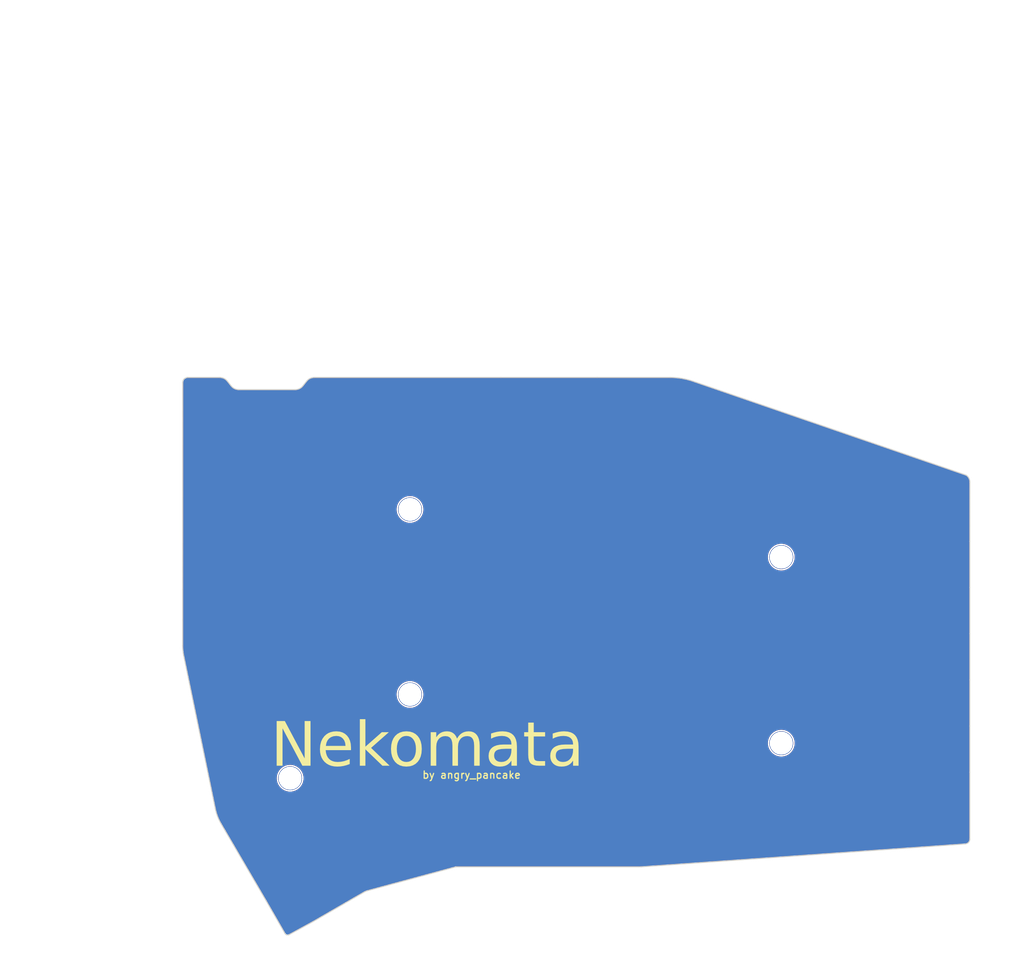
<source format=kicad_pcb>
(kicad_pcb (version 20240108) (generator "pcbnew") (generator_version "8.0")
  (layers (0 "F.Cu" signal) (31 "B.Cu" signal) (34 "B.Paste" user) (35 "F.Paste" user) (36 "B.SilkS" user "B.Silkscreen") (37 "F.SilkS" user "F.Silkscreen") (38 "B.Mask" user) (39 "F.Mask" user) (44 "Edge.Cuts" user))
  (net 0 "")
  (footprint "Lily58-footprint:HOLE_M2_TH" (layer "F.Cu") (at 129.6 59.6)
    (property "Reference" "TH3" (hide yes))
    (property "Value" "HOLE" (hide yes))
    (pad "" thru_hole circle (at 0 0 90) (size 4.9 4.9) (drill 4.7) (layers "*.Cu" "*.Mask") (clearance 0.3))
  )
  (footprint "Lily58-footprint:HOLE_M2_TH" (layer "F.Cu") (at 205.8 69.4)
    (property "Reference" "TH4" (hide yes))
    (property "Value" "HOLE" (hide yes))
    (pad "" thru_hole circle (at 0 0 90) (size 4.9 4.9) (drill 4.7) (layers "*.Cu" "*.Mask") (clearance 0.3))
  )
  (footprint "Lily58-footprint:HOLE_M2_TH" (layer "F.Cu") (at 129.6 97.6)
    (property "Reference" "TH5" (hide yes))
    (property "Value" "HOLE" (hide yes))
    (pad "" thru_hole circle (at 0 0 90) (size 4.9 4.9) (drill 4.7) (layers "*.Cu" "*.Mask") (clearance 0.3))
  )
  (footprint "Lily58-footprint:HOLE_M2_TH" (layer "F.Cu") (at 205.8 107.6)
    (property "Reference" "TH6" (hide yes))
    (property "Value" "HOLE" (hide yes))
    (pad "" thru_hole circle (at 0 0 90) (size 4.9 4.9) (drill 4.7) (layers "*.Cu" "*.Mask") (clearance 0.3))
  )
  (footprint "Lily58-footprint:HOLE_M2_TH" (layer "F.Cu") (at 105 114.8 90)
    (property "Reference" "TH7" (hide yes))
    (property "Value" "HOLE" (hide yes))
    (pad "" thru_hole circle (at 0 0 180) (size 4.9 4.9) (drill 4.7) (layers "*.Cu" "*.Mask") (clearance 0.3))
  )
  (gr_line (start 82.937528 82.285296) (end 82.937528 75.978362) (stroke (width 0.2)) (layer "Edge.Cuts"))
  (gr_line (start 82.937528 87.570548) (end 82.937528 82.285296) (stroke (width 0.2)) (layer "Edge.Cuts"))
  (gr_line (start 89.647159 121.085698) (end 83.144138 89.592802) (stroke (width 0.2)) (layer "Edge.Cuts"))
  (gr_line (start 177.038238 133) (end 139 133) (stroke (width 0.2)) (layer "Edge.Cuts"))
  (gr_arc (start 107.600488 34.24939) (mid 106.905128 34.802607) (end 106.03875 35) (stroke (width 0.2)) (layer "Edge.Cuts"))
  (gr_line (start 116.472704 140.323624) (end 118.148399 139.353485) (stroke (width 0.2)) (layer "Edge.Cuts"))
  (gr_line (start 104.577247 146.997649) (end 104.735905 146.950459) (stroke (width 0.2)) (layer "Edge.Cuts"))
  (gr_line (start 104.428293 147.007155) (end 104.577247 146.997649) (stroke (width 0.2)) (layer "Edge.Cuts"))
  (gr_line (start 187.978557 33.381484) (end 243.751094 52.565112) (stroke (width 0.2)) (layer "Edge.Cuts"))
  (gr_line (start 82.972921 33.33059) (end 83.034055 33.13343) (stroke (width 0.2)) (layer "Edge.Cuts"))
  (gr_line (start 83.034055 33.13343) (end 83.130807 32.955064) (stroke (width 0.2)) (layer "Edge.Cuts"))
  (gr_line (start 83.130807 32.955064) (end 83.258968 32.799698) (stroke (width 0.2)) (layer "Edge.Cuts"))
  (gr_line (start 114.79701 141.293763) (end 116.472704 140.323624) (stroke (width 0.2)) (layer "Edge.Cuts"))
  (gr_line (start 118.148399 139.353485) (end 120.162331 138.194348) (stroke (width 0.2)) (layer "Edge.Cuts"))
  (gr_line (start 107.600488 34.24939) (end 108.399512 33.25061) (stroke (width 0.2)) (layer "Edge.Cuts"))
  (gr_line (start 244.508103 53.979597) (end 244.5 66.151076) (stroke (width 0.2)) (layer "Edge.Cuts"))
  (gr_arc (start 108.399512 33.25061) (mid 109.094872 32.697393) (end 109.96125 32.5) (stroke (width 0.2)) (layer "Edge.Cuts"))
  (gr_arc (start 90.807581 124.11041) (mid 90.104067 122.645359) (end 89.647159 121.085698) (stroke (width 0.2)) (layer "Edge.Cuts"))
  (gr_line (start 104.289511 146.979626) (end 104.428293 147.007155) (stroke (width 0.2)) (layer "Edge.Cuts"))
  (gr_line (start 98.357588 137.024895) (end 100.033282 139.891214) (stroke (width 0.2)) (layer "Edge.Cuts"))
  (gr_line (start 82.951608 33.542337) (end 82.972921 33.33059) (stroke (width 0.2)) (layer "Edge.Cuts"))
  (gr_line (start 83.258968 32.799698) (end 83.414335 32.671536) (stroke (width 0.2)) (layer "Edge.Cuts"))
  (gr_line (start 95.006199 131.292256) (end 96.681893 134.158575) (stroke (width 0.2)) (layer "Edge.Cuts"))
  (gr_arc (start 90.53875 32.5) (mid 91.405141 32.697376) (end 92.100488 33.25061) (stroke (width 0.2)) (layer "Edge.Cuts"))
  (gr_line (start 90.807581 124.11041) (end 91.65481 125.559617) (stroke (width 0.2)) (layer "Edge.Cuts"))
  (gr_line (start 100.033282 139.891214) (end 103.845466 146.51216) (stroke (width 0.2)) (layer "Edge.Cuts"))
  (gr_line (start 113.121315 142.263902) (end 114.79701 141.293763) (stroke (width 0.2)) (layer "Edge.Cuts"))
  (gr_line (start 120.87611 137.898349) (end 139 133) (stroke (width 0.2)) (layer "Edge.Cuts"))
  (gr_arc (start 94.46125 35) (mid 93.594859 34.802624) (end 92.899512 34.24939) (stroke (width 0.2)) (layer "Edge.Cuts"))
  (gr_line (start 104.903799 146.864937) (end 109.769926 144.204179) (stroke (width 0.2)) (layer "Edge.Cuts"))
  (gr_line (start 96.681893 134.158575) (end 98.357588 137.024895) (stroke (width 0.2)) (layer "Edge.Cuts"))
  (gr_line (start 244.5 75.632699) (end 244.5 85.114321) (stroke (width 0.2)) (layer "Edge.Cuts"))
  (gr_line (start 104.735905 146.950459) (end 104.903799 146.864937) (stroke (width 0.2)) (layer "Edge.Cuts"))
  (gr_line (start 109.769926 144.204179) (end 111.445621 143.234041) (stroke (width 0.2)) (layer "Edge.Cuts"))
  (gr_arc (start 183 32.5) (mid 185.527995 32.722072) (end 187.978557 33.381484) (stroke (width 0.2)) (layer "Edge.Cuts"))
  (gr_arc (start 244.5 127.3) (mid 244.207107 128.007107) (end 243.5 128.3) (stroke (width 0.2)) (layer "Edge.Cuts"))
  (gr_line (start 244.5 66.151076) (end 244.5 75.632699) (stroke (width 0.2)) (layer "Edge.Cuts"))
  (gr_line (start 92.899512 34.24939) (end 92.100488 33.25061) (stroke (width 0.2)) (layer "Edge.Cuts"))
  (gr_line (start 103.845466 146.51216) (end 103.938878 146.681331) (stroke (width 0.2)) (layer "Edge.Cuts"))
  (gr_line (start 93.330504 128.425936) (end 95.006199 131.292256) (stroke (width 0.2)) (layer "Edge.Cuts"))
  (gr_line (start 91.65481 125.559617) (end 93.330504 128.425936) (stroke (width 0.2)) (layer "Edge.Cuts"))
  (gr_line (start 168 32.500001) (end 183 32.5) (stroke (width 0.2)) (layer "Edge.Cuts"))
  (gr_line (start 83.414335 32.671536) (end 83.592701 32.574785) (stroke (width 0.2)) (layer "Edge.Cuts"))
  (gr_arc (start 120.162331 138.194348) (mid 120.50965 138.023271) (end 120.87611 137.898349) (stroke (width 0.2)) (layer "Edge.Cuts"))
  (gr_line (start 106.03875 35) (end 94.46125 35) (stroke (width 0.2)) (layer "Edge.Cuts"))
  (gr_arc (start 243.751094 52.565112) (mid 244.30695 53.177439) (end 244.508103 53.979597) (stroke (width 0.2)) (layer "Edge.Cuts"))
  (gr_line (start 82.937528 75.978362) (end 82.951608 33.542337) (stroke (width 0.2)) (layer "Edge.Cuts"))
  (gr_line (start 111.445621 143.234041) (end 113.121315 142.263902) (stroke (width 0.2)) (layer "Edge.Cuts"))
  (gr_line (start 244.5 94.595943) (end 244.5 104.077566) (stroke (width 0.2)) (layer "Edge.Cuts"))
  (gr_line (start 244.5 104.077566) (end 244.5 113.559188) (stroke (width 0.2)) (layer "Edge.Cuts"))
  (gr_line (start 109.96125 32.5) (end 148.25 32.500001) (stroke (width 0.2)) (layer "Edge.Cuts"))
  (gr_line (start 244.5 113.559188) (end 244.5 127.3) (stroke (width 0.2)) (layer "Edge.Cuts"))
  (gr_line (start 104.044336 146.816065) (end 104.161369 146.915713) (stroke (width 0.2)) (layer "Edge.Cuts"))
  (gr_arc (start 83.144138 89.592802) (mid 82.989311 88.586939) (end 82.937528 87.570548) (stroke (width 0.2)) (layer "Edge.Cuts"))
  (gr_line (start 103.938878 146.681331) (end 104.044336 146.816065) (stroke (width 0.2)) (layer "Edge.Cuts"))
  (gr_line (start 90.53875 32.5) (end 84 32.5) (stroke (width 0.2)) (layer "Edge.Cuts"))
  (gr_line (start 244.5 85.114321) (end 244.5 94.595943) (stroke (width 0.2)) (layer "Edge.Cuts"))
  (gr_line (start 83.78986 32.51365) (end 84.001608 32.492337) (stroke (width 0.2)) (layer "Edge.Cuts"))
  (gr_line (start 83.592701 32.574785) (end 83.78986 32.51365) (stroke (width 0.2)) (layer "Edge.Cuts"))
  (gr_line (start 148.25 32.500001) (end 168 32.500001) (stroke (width 0.2)) (layer "Edge.Cuts"))
  (gr_line (start 104.161369 146.915713) (end 104.289511 146.979626) (stroke (width 0.2)) (layer "Edge.Cuts"))
  (gr_line (start 177.038238 133) (end 243.5 128.3) (stroke (width 0.2)) (layer "Edge.Cuts"))
  (gr_text "Nekomata" (at 101 108.5 0) (layer "F.SilkS") (effects (font (size 9 9)) (justify left)))
  (gr_text "by angry_pancake" (at 132 115 0) (layer "F.SilkS") (effects (font (size 1.5 1.5) (thickness 0.25)) (justify left bottom)))
  (zone (net 0) (net_name "") (layer "F.Cu") (connect_pads (clearance 0.508)) (min_thickness 0.25) (fill yes (thermal_gap 0.5) (thermal_bridge_width 0.5) (island_removal_mode 1) (island_area_min 10))
    (polygon (pts (xy 75 30) (xy 248.5 30) (xy 248.5 149.5) (xy 75 149.5)))
  )
  (zone (net 0) (net_name "") (layer "B.Cu") (priority 1) (connect_pads (clearance 0.508)) (min_thickness 0.25) (fill yes (thermal_gap 0.5) (thermal_bridge_width 0.5) (island_removal_mode 1) (island_area_min 10))
    (polygon (pts (xy 75 30) (xy 248.5 30) (xy 248.5 149.5) (xy 75 149.5)))
  )
)
</source>
